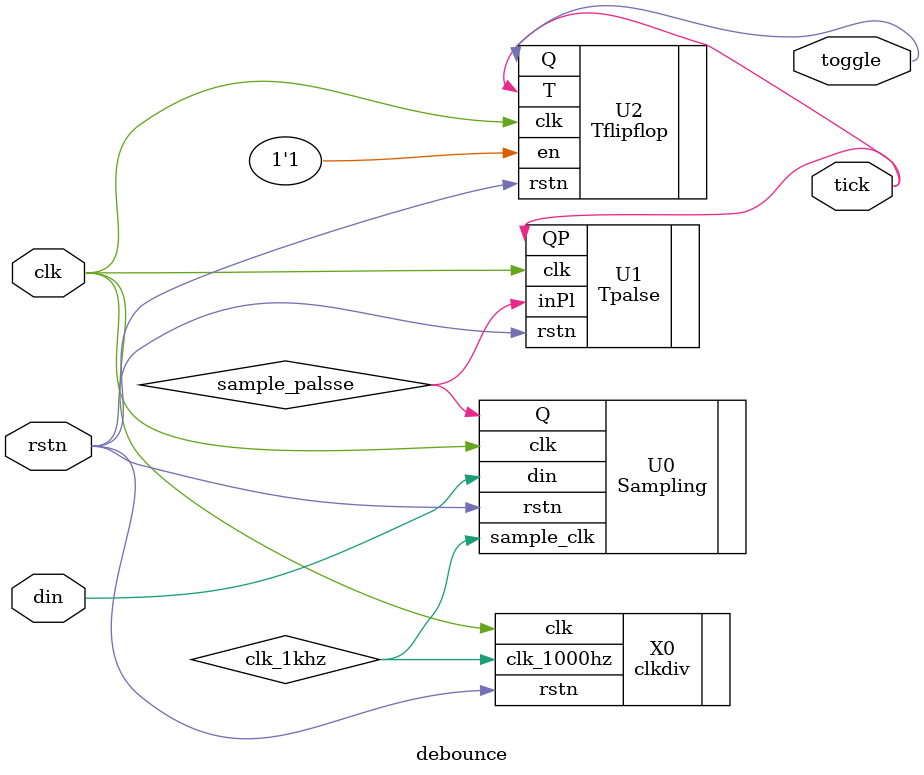
<source format=v>
`timescale 1ns / 1ps


module debounce(
    input wire clk, rstn, din,
    output wire tick, toggle
);

    wire sample_palsse, clk_1khz;
    clkdiv      X0 (.rstn(rstn), .clk(clk), .clk_1000hz(clk_1khz));
    Sampling    U0 (.din(din), .clk(clk), .sample_clk(clk_1khz), .rstn(rstn), .Q(sample_palsse));
    Tpalse      U1 (.clk(clk), .rstn(rstn), .inPl(sample_palsse),.QP(tick));
    Tflipflop   U2 (.T(tick), .en(1'b1), .clk(clk), .rstn(rstn), .Q(toggle));
        
endmodule

</source>
